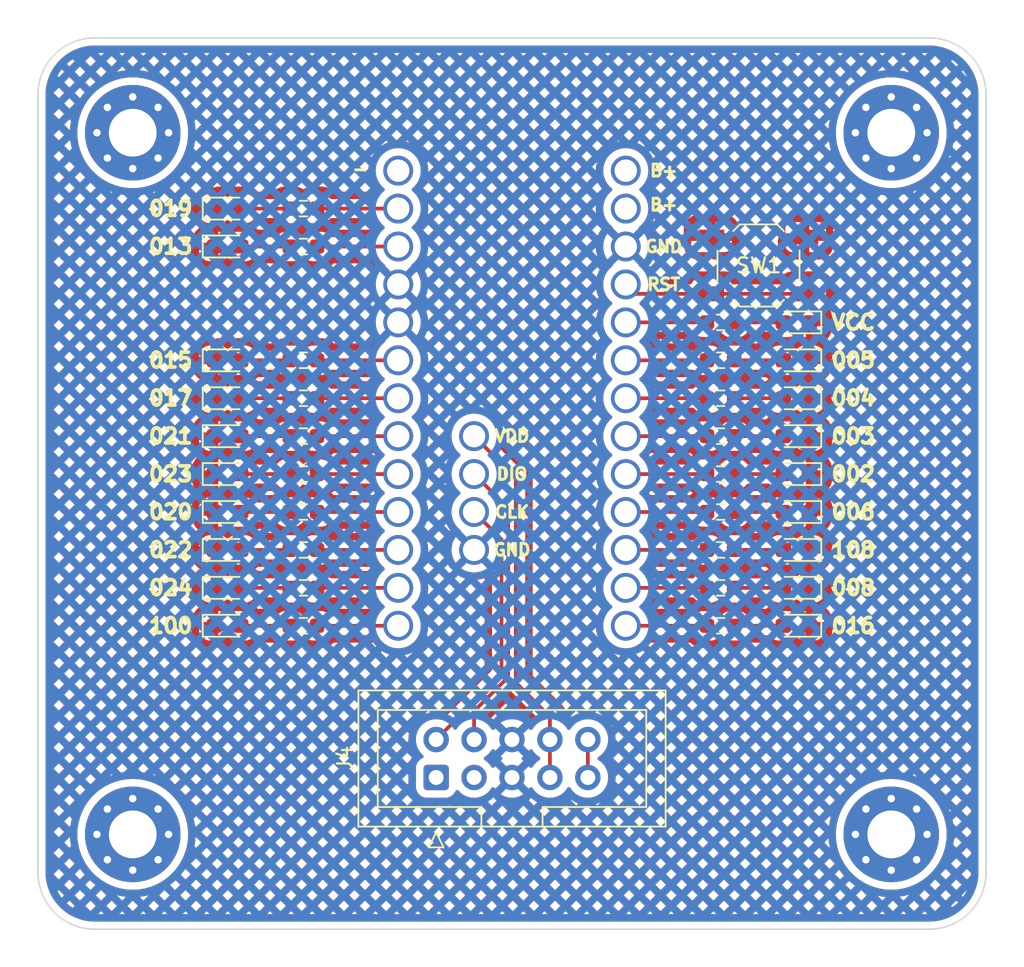
<source format=kicad_pcb>
(kicad_pcb (version 20211014) (generator pcbnew)
  (layers (0 "F.Cu" signal) (31 "B.Cu" signal) (34 "B.Paste" user) (35 "F.Paste" user) (36 "B.SilkS" user "B.Silkscreen") (37 "F.SilkS" user "F.Silkscreen") (38 "B.Mask" user) (39 "F.Mask" user) (44 "Edge.Cuts" user))
  (net 0 "")
  (net 5 "Net-(J1-Pad2)")
  (net 6 "Net-(J1-Pad3)")
  (net 7 "Net-(J1-Pad6)")
  (net 8 "Net-(J1-Pad7)")
  (net 9 "Net-(J1-Pad8)")
  (net 10 "Net-(J1-Pad9)")
  (net 11 "Net-(J1-Pad10)")
  (net 12 "Net-(J1-Pad11)")
  (net 13 "Net-(J1-Pad12)")
  (net 14 "Net-(J1-Pad13)")
  (net 15 "Net-(J2-Pad5)")
  (net 16 "Net-(J2-Pad6)")
  (net 17 "Net-(J2-Pad7)")
  (net 18 "Net-(J2-Pad8)")
  (net 19 "Net-(J2-Pad9)")
  (net 20 "Net-(J2-Pad10)")
  (net 21 "Net-(J2-Pad11)")
  (net 22 "Net-(J2-Pad12)")
  (net 23 "Net-(J2-Pad13)")
  (net 24 "GND")
  (net 25 "Net-(D3-Pad2)")
  (net 26 "Net-(D5-Pad2)")
  (net 27 "Net-(D10-Pad2)")
  (net 28 "Net-(D11-Pad2)")
  (net 29 "Net-(D12-Pad2)")
  (net 30 "Net-(D13-Pad2)")
  (net 31 "Net-(D14-Pad2)")
  (net 32 "Net-(D15-Pad2)")
  (net 33 "Net-(D16-Pad2)")
  (net 34 "Net-(D17-Pad2)")
  (net 35 "Net-(D18-Pad2)")
  (net 36 "Net-(D19-Pad2)")
  (net 37 "Net-(D20-Pad2)")
  (net 38 "Net-(D21-Pad2)")
  (net 39 "Net-(D22-Pad2)")
  (net 40 "Net-(D23-Pad2)")
  (net 41 "Net-(D24-Pad2)")
  (net 42 "Net-(D25-Pad2)")
  (net 43 "Net-(D26-Pad2)")
  (net 48 "SWCLK")
  (net 50 "SWDIO")
  (net 51 "+3V3")
  (net 52 "+5V")
  (net 53 "Net-(J2-Pad4)")
  (footprint "Library:LED_0603_1608Metric_Pad1.05x0.95mm_HandSolder" (layer "F.Cu") (at 63.5 36.83)
    (fp_text reference "D3")
    (fp_text value "019" (at -3.81 0) (layer "F.SilkS") (effects (font (thickness 0.25))))
    (fp_line (start -1.66 -0.735) (end -1.66 0.735) (layer "F.SilkS") (width 0.12))
    (fp_line (start -1.66 0.735) (end 0.8 0.735) (layer "F.SilkS") (width 0.12))
    (fp_line (start 0.8 -0.735) (end -1.66 -0.735) (layer "F.SilkS") (width 0.12))
    (pad "1" smd roundrect (at -0.875 0) (size 1.05 0.95) (layers "F.Cu" "F.Paste" "F.Mask") (net 24 "GND"))
    (pad "2" smd roundrect (at 0.875 0) (size 1.05 0.95) (layers "F.Cu" "F.Paste" "F.Mask") (net 25 "Net-(D3-Pad2)"))
  )
  (footprint "Button_Switch_SMD:SW_SPST_TL3342" (layer "F.Cu") (at 99.06 40.64)
    (fp_text reference "SW1" (at 0 0) (layer "F.SilkS"))
    (fp_text value "SW_Push")
    (fp_line (start -1.25 2.75) (end 1.25 2.75) (layer "F.SilkS") (width 0.12))
    (fp_line (start -1.7 2.3) (end -1.25 2.75) (layer "F.SilkS") (width 0.12))
    (fp_line (start 1.7 2.3) (end 1.25 2.75) (layer "F.SilkS") (width 0.12))
    (fp_line (start 2.75 -1) (end 2.75 1) (layer "F.SilkS") (width 0.12))
    (fp_line (start -1.7 -2.3) (end -1.25 -2.75) (layer "F.SilkS") (width 0.12))
    (fp_line (start -1.25 -2.75) (end 1.25 -2.75) (layer "F.SilkS") (width 0.12))
    (fp_line (start -2.75 -1) (end -2.75 1) (layer "F.SilkS") (width 0.12))
    (fp_line (start 1.7 -2.3) (end 1.25 -2.75) (layer "F.SilkS") (width 0.12))
    (pad "1" smd rect (at 3.15 -1.9) (size 1.7 1) (layers "F.Cu" "F.Paste" "F.Mask") (net 24 "GND"))
    (pad "1" smd rect (at -3.15 -1.9) (size 1.7 1) (layers "F.Cu" "F.Paste" "F.Mask") (net 24 "GND"))
    (pad "2" smd rect (at 3.15 1.9) (size 1.7 1) (layers "F.Cu" "F.Paste" "F.Mask") (net 53 "Net-(J2-Pad4)"))
    (pad "2" smd rect (at -3.15 1.9) (size 1.7 1) (layers "F.Cu" "F.Paste" "F.Mask") (net 53 "Net-(J2-Pad4)"))
  )
  (footprint "Library:R_0603_1608Metric_Pad0.98x0.95mm_HandSolder" (layer "F.Cu") (at 68.58 52.07 180)
    (fp_text reference "R15")
    (fp_text value "10k")
    (fp_line (start -0.254724 -0.5225) (end 0.254724 -0.5225) (layer "F.SilkS") (width 0.12))
    (fp_line (start -0.254724 0.5225) (end 0.254724 0.5225) (layer "F.SilkS") (width 0.12))
    (pad "1" smd roundrect (at -0.9125 0 180) (size 0.975 0.95) (layers "F.Cu" "F.Paste" "F.Mask") (net 9 "Net-(J1-Pad8)"))
    (pad "2" smd roundrect (at 0.9125 0 180) (size 0.975 0.95) (layers "F.Cu" "F.Paste" "F.Mask") (net 32 "Net-(D15-Pad2)"))
  )
  (footprint "Library:PinHeader_1x04_P2.54mm_Vertical" (layer "F.Cu") (at 80.01 52.07)
    (fp_text reference "J3")
    (fp_text value " ")
    (pad "1" thru_hole circle (at 0 0) (size 2 2) (drill 1.5) (layers *.Cu *.Mask) (net 51 "+3V3"))
    (pad "2" thru_hole circle (at 0 2.54) (size 2 2) (drill 1.5) (layers *.Cu *.Mask) (net 50 "SWDIO"))
    (pad "3" thru_hole circle (at 0 5.08) (size 2 2) (drill 1.5) (layers *.Cu *.Mask) (net 48 "SWCLK"))
    (pad "4" thru_hole circle (at 0 7.62) (size 2 2) (drill 1.5) (layers *.Cu *.Mask) (net 24 "GND"))
  )
  (footprint "Library:R_0603_1608Metric_Pad0.98x0.95mm_HandSolder" (layer "F.Cu") (at 96.52 54.61)
    (fp_text reference "R18")
    (fp_text value "10k")
    (fp_line (start -0.254724 0.5225) (end 0.254724 0.5225) (layer "F.SilkS") (width 0.12))
    (fp_line (start -0.254724 -0.5225) (end 0.254724 -0.5225) (layer "F.SilkS") (width 0.12))
    (pad "1" smd roundrect (at -0.9125 0) (size 0.975 0.95) (layers "F.Cu" "F.Paste" "F.Mask") (net 19 "Net-(J2-Pad9)"))
    (pad "2" smd roundrect (at 0.9125 0) (size 0.975 0.95) (layers "F.Cu" "F.Paste" "F.Mask") (net 35 "Net-(D18-Pad2)"))
  )
  (footprint "Library:R_0603_1608Metric_Pad0.98x0.95mm_HandSolder" (layer "F.Cu") (at 68.58 49.53 180)
    (fp_text reference "R13")
    (fp_text value "10k")
    (fp_line (start -0.254724 -0.5225) (end 0.254724 -0.5225) (layer "F.SilkS") (width 0.12))
    (fp_line (start -0.254724 0.5225) (end 0.254724 0.5225) (layer "F.SilkS") (width 0.12))
    (pad "1" smd roundrect (at -0.9125 0 180) (size 0.975 0.95) (layers "F.Cu" "F.Paste" "F.Mask") (net 8 "Net-(J1-Pad7)"))
    (pad "2" smd roundrect (at 0.9125 0 180) (size 0.975 0.95) (layers "F.Cu" "F.Paste" "F.Mask") (net 30 "Net-(D13-Pad2)"))
  )
  (footprint "Library:R_0603_1608Metric_Pad0.98x0.95mm_HandSolder" (layer "F.Cu") (at 96.52 49.53)
    (fp_text reference "R14")
    (fp_text value "10k")
    (fp_line (start -0.254724 -0.5225) (end 0.254724 -0.5225) (layer "F.SilkS") (width 0.12))
    (fp_line (start -0.254724 0.5225) (end 0.254724 0.5225) (layer "F.SilkS") (width 0.12))
    (pad "1" smd roundrect (at -0.9125 0) (size 0.975 0.95) (layers "F.Cu" "F.Paste" "F.Mask") (net 17 "Net-(J2-Pad7)"))
    (pad "2" smd roundrect (at 0.9125 0) (size 0.975 0.95) (layers "F.Cu" "F.Paste" "F.Mask") (net 31 "Net-(D14-Pad2)"))
  )
  (footprint "Library:R_0603_1608Metric_Pad0.98x0.95mm_HandSolder" (layer "F.Cu") (at 68.58 62.23 180)
    (fp_text reference "R23")
    (fp_text value "10k")
    (fp_line (start -0.254724 0.5225) (end 0.254724 0.5225) (layer "F.SilkS") (width 0.12))
    (fp_line (start -0.254724 -0.5225) (end 0.254724 -0.5225) (layer "F.SilkS") (width 0.12))
    (pad "1" smd roundrect (at -0.9125 0 180) (size 0.975 0.95) (layers "F.Cu" "F.Paste" "F.Mask") (net 13 "Net-(J1-Pad12)"))
    (pad "2" smd roundrect (at 0.9125 0 180) (size 0.975 0.95) (layers "F.Cu" "F.Paste" "F.Mask") (net 40 "Net-(D23-Pad2)"))
  )
  (footprint "Library:LED_0603_1608Metric_Pad1.05x0.95mm_HandSolder" (layer "F.Cu") (at 101.6 64.77 180)
    (fp_text reference "D26")
    (fp_text value "016" (at -3.81 0 180) (layer "F.SilkS") (effects (font (thickness 0.25))))
    (fp_line (start 0.8 -0.735) (end -1.66 -0.735) (layer "F.SilkS") (width 0.12))
    (fp_line (start -1.66 -0.735) (end -1.66 0.735) (layer "F.SilkS") (width 0.12))
    (fp_line (start -1.66 0.735) (end 0.8 0.735) (layer "F.SilkS") (width 0.12))
    (pad "1" smd roundrect (at -0.875 0 180) (size 1.05 0.95) (layers "F.Cu" "F.Paste" "F.Mask") (net 24 "GND"))
    (pad "2" smd roundrect (at 0.875 0 180) (size 1.05 0.95) (layers "F.Cu" "F.Paste" "F.Mask") (net 43 "Net-(D26-Pad2)"))
  )
  (footprint "Library:PinHeader_1x13_P2.54mm_Vertical" (layer "F.Cu") (at 74.93 34.29)
    (fp_text reference "J1")
    (fp_text value " ")
    (pad "1" thru_hole circle (at 0 0) (size 2 2) (drill 1.5) (layers *.Cu *.Mask))
    (pad "2" thru_hole circle (at 0 2.54) (size 2 2) (drill 1.5) (layers *.Cu *.Mask) (net 5 "Net-(J1-Pad2)"))
    (pad "3" thru_hole circle (at 0 5.08) (size 2 2) (drill 1.5) (layers *.Cu *.Mask) (net 6 "Net-(J1-Pad3)"))
    (pad "4" thru_hole circle (at 0 7.62) (size 2 2) (drill 1.5) (layers *.Cu *.Mask) (net 24 "GND"))
    (pad "5" thru_hole circle (at 0 10.16) (size 2 2) (drill 1.5) (layers *.Cu *.Mask) (net 24 "GND"))
    (pad "6" thru_hole circle (at 0 12.7) (size 2 2) (drill 1.5) (layers *.Cu *.Mask) (net 7 "Net-(J1-Pad6)"))
    (pad "7" thru_hole circle (at 0 15.24) (size 2 2) (drill 1.5) (layers *.Cu *.Mask) (net 8 "Net-(J1-Pad7)"))
    (pad "8" thru_hole circle (at 0 17.78) (size 2 2) (drill 1.5) (layers *.Cu *.Mask) (net 9 "Net-(J1-Pad8)"))
    (pad "9" thru_hole circle (at 0 20.32) (size 2 2) (drill 1.5) (layers *.Cu *.Mask) (net 10 "Net-(J1-Pad9)"))
    (pad "10" thru_hole circle (at 0 22.86) (size 2 2) (drill 1.5) (layers *.Cu *.Mask) (net 11 "Net-(J1-Pad10)"))
    (pad "11" thru_hole circle (at 0 25.4) (size 2 2) (drill 1.5) (layers *.Cu *.Mask) (net 12 "Net-(J1-Pad11)"))
    (pad "12" thru_hole circle (at 0 27.94) (size 2 2) (drill 1.5) (layers *.Cu *.Mask) (net 13 "Net-(J1-Pad12)"))
    (pad "13" thru_hole circle (at 0 30.48) (size 2 2) (drill 1.5) (layers *.Cu *.Mask) (net 14 "Net-(J1-Pad13)"))
  )
  (footprint "Library:LED_0603_1608Metric_Pad1.05x0.95mm_HandSolder" (layer "F.Cu") (at 101.6 52.07 180)
    (fp_text reference "D16")
    (fp_text value "003" (at -3.81 0 180) (layer "F.SilkS") (effects (font (thickness 0.25))))
    (fp_line (start -1.66 -0.735) (end -1.66 0.735) (layer "F.SilkS") (width 0.12))
    (fp_line (start 0.8 -0.735) (end -1.66 -0.735) (layer "F.SilkS") (width 0.12))
    (fp_line (start -1.66 0.735) (end 0.8 0.735) (layer "F.SilkS") (width 0.12))
    (pad "1" smd roundrect (at -0.875 0 180) (size 1.05 0.95) (layers "F.Cu" "F.Paste" "F.Mask") (net 24 "GND"))
    (pad "2" smd roundrect (at 0.875 0 180) (size 1.05 0.95) (layers "F.Cu" "F.Paste" "F.Mask") (net 33 "Net-(D16-Pad2)"))
  )
  (footprint "Library:LED_0603_1608Metric_Pad1.05x0.95mm_HandSolder" (layer "F.Cu") (at 63.5 39.37)
    (fp_text reference "D5")
    (fp_text value "013" (at -3.81 0) (layer "F.SilkS") (effects (font (thickness 0.25))))
    (fp_line (start -1.66 -0.735) (end -1.66 0.735) (layer "F.SilkS") (width 0.12))
    (fp_line (start -1.66 0.735) (end 0.8 0.735) (layer "F.SilkS") (width 0.12))
    (fp_line (start 0.8 -0.735) (end -1.66 -0.735) (layer "F.SilkS") (width 0.12))
    (pad "1" smd roundrect (at -0.875 0) (size 1.05 0.95) (layers "F.Cu" "F.Paste" "F.Mask") (net 24 "GND"))
    (pad "2" smd roundrect (at 0.875 0) (size 1.05 0.95) (layers "F.Cu" "F.Paste" "F.Mask") (net 26 "Net-(D5-Pad2)"))
  )
  (footprint "Library:R_0603_1608Metric_Pad0.98x0.95mm_HandSolder" (layer "F.Cu") (at 96.52 57.15)
    (fp_text reference "R20")
    (fp_text value "10k")
    (fp_line (start -0.254724 -0.5225) (end 0.254724 -0.5225) (layer "F.SilkS") (width 0.12))
    (fp_line (start -0.254724 0.5225) (end 0.254724 0.5225) (layer "F.SilkS") (width 0.12))
    (pad "1" smd roundrect (at -0.9125 0) (size 0.975 0.95) (layers "F.Cu" "F.Paste" "F.Mask") (net 20 "Net-(J2-Pad10)"))
    (pad "2" smd roundrect (at 0.9125 0) (size 0.975 0.95) (layers "F.Cu" "F.Paste" "F.Mask") (net 37 "Net-(D20-Pad2)"))
  )
  (footprint "Library:LED_0603_1608Metric_Pad1.05x0.95mm_HandSolder" (layer "F.Cu") (at 101.6 54.61 180)
    (fp_text reference "D18")
    (fp_text value "002" (at -3.81 0 180) (layer "F.SilkS") (effects (font (thickness 0.25))))
    (fp_line (start -1.66 0.735) (end 0.8 0.735) (layer "F.SilkS") (width 0.12))
    (fp_line (start 0.8 -0.735) (end -1.66 -0.735) (layer "F.SilkS") (width 0.12))
    (fp_line (start -1.66 -0.735) (end -1.66 0.735) (layer "F.SilkS") (width 0.12))
    (pad "1" smd roundrect (at -0.875 0 180) (size 1.05 0.95) (layers "F.Cu" "F.Paste" "F.Mask") (net 24 "GND"))
    (pad "2" smd roundrect (at 0.875 0 180) (size 1.05 0.95) (layers "F.Cu" "F.Paste" "F.Mask") (net 35 "Net-(D18-Pad2)"))
  )
  (footprint "Library:PinHeader_1x13_P2.54mm_Vertical" (layer "F.Cu") (at 90.17 34.29)
    (fp_text reference "J2")
    (fp_text value " ")
    (pad "1" thru_hole circle (at 0 0) (size 2 2) (drill 1.5) (layers *.Cu *.Mask))
    (pad "2" thru_hole circle (at 0 2.54) (size 2 2) (drill 1.5) (layers *.Cu *.Mask))
    (pad "3" thru_hole circle (at 0 5.08) (size 2 2) (drill 1.5) (layers *.Cu *.Mask) (net 24 "GND"))
    (pad "4" thru_hole circle (at 0 7.62) (size 2 2) (drill 1.5) (layers *.Cu *.Mask) (net 53 "Net-(J2-Pad4)"))
    (pad "5" thru_hole circle (at 0 10.16) (size 2 2) (drill 1.5) (layers *.Cu *.Mask) (net 15 "Net-(J2-Pad5)"))
    (pad "6" thru_hole circle (at 0 12.7) (size 2 2) (drill 1.5) (layers *.Cu *.Mask) (net 16 "Net-(J2-Pad6)"))
    (pad "7" thru_hole circle (at 0 15.24) (size 2 2) (drill 1.5) (layers *.Cu *.Mask) (net 17 "Net-(J2-Pad7)"))
    (pad "8" thru_hole circle (at 0 17.78) (size 2 2) (drill 1.5) (layers *.Cu *.Mask) (net 18 "Net-(J2-Pad8)"))
    (pad "9" thru_hole circle (at 0 20.32) (size 2 2) (drill 1.5) (layers *.Cu *.Mask) (net 19 "Net-(J2-Pad9)"))
    (pad "10" thru_hole circle (at 0 22.86) (size 2 2) (drill 1.5) (layers *.Cu *.Mask) (net 20 "Net-(J2-Pad10)"))
    (pad "11" thru_hole circle (at 0 25.4) (size 2 2) (drill 1.5) (layers *.Cu *.Mask) (net 21 "Net-(J2-Pad11)"))
    (pad "12" thru_hole circle (at 0 27.94) (size 2 2) (drill 1.5) (layers *.Cu *.Mask) (net 22 "Net-(J2-Pad12)"))
    (pad "13" thru_hole circle (at 0 30.48) (size 2 2) (drill 1.5) (layers *.Cu *.Mask) (net 23 "Net-(J2-Pad13)"))
  )
  (footprint "Library:LED_0603_1608Metric_Pad1.05x0.95mm_HandSolder" (layer "F.Cu") (at 101.6 59.69 180)
    (fp_text reference "D22")
    (fp_text value "108" (at -3.81 0 180) (layer "F.SilkS") (effects (font (thickness 0.25))))
    (fp_line (start -1.66 -0.735) (end -1.66 0.735) (layer "F.SilkS") (width 0.12))
    (fp_line (start 0.8 -0.735) (end -1.66 -0.735) (layer "F.SilkS") (width 0.12))
    (fp_line (start -1.66 0.735) (end 0.8 0.735) (layer "F.SilkS") (width 0.12))
    (pad "1" smd roundrect (at -0.875 0 180) (size 1.05 0.95) (layers "F.Cu" "F.Paste" "F.Mask") (net 24 "GND"))
    (pad "2" smd roundrect (at 0.875 0 180) (size 1.05 0.95) (layers "F.Cu" "F.Paste" "F.Mask") (net 39 "Net-(D22-Pad2)"))
  )
  (footprint "Library:R_0603_1608Metric_Pad0.98x0.95mm_HandSolder" (layer "F.Cu") (at 68.58 39.37 180)
    (fp_text reference "R5")
    (fp_text value "10k")
    (fp_line (start -0.254724 0.5225) (end 0.254724 0.5225) (layer "F.SilkS") (width 0.12))
    (fp_line (start -0.254724 -0.5225) (end 0.254724 -0.5225) (layer "F.SilkS") (width 0.12))
    (pad "1" smd roundrect (at -0.9125 0 180) (size 0.975 0.95) (layers "F.Cu" "F.Paste" "F.Mask") (net 6 "Net-(J1-Pad3)"))
    (pad "2" smd roundrect (at 0.9125 0 180) (size 0.975 0.95) (layers "F.Cu" "F.Paste" "F.Mask") (net 26 "Net-(D5-Pad2)"))
  )
  (footprint "Library:LED_0603_1608Metric_Pad1.05x0.95mm_HandSolder" (layer "F.Cu") (at 63.5 59.69)
    (fp_text reference "D21")
    (fp_text value "022" (at -3.81 0) (layer "F.SilkS") (effects (font (thickness 0.25))))
    (fp_line (start -1.66 -0.735) (end -1.66 0.735) (layer "F.SilkS") (width 0.12))
    (fp_line (start -1.66 0.735) (end 0.8 0.735) (layer "F.SilkS") (width 0.12))
    (fp_line (start 0.8 -0.735) (end -1.66 -0.735) (layer "F.SilkS") (width 0.12))
    (pad "1" smd roundrect (at -0.875 0) (size 1.05 0.95) (layers "F.Cu" "F.Paste" "F.Mask") (net 24 "GND"))
    (pad "2" smd roundrect (at 0.875 0) (size 1.05 0.95) (layers "F.Cu" "F.Paste" "F.Mask") (net 38 "Net-(D21-Pad2)"))
  )
  (footprint "Library:LED_0603_1608Metric_Pad1.05x0.95mm_HandSolder" (layer "F.Cu") (at 63.5 57.15)
    (fp_text reference "D19")
    (fp_text value "020" (at -3.81 0) (layer "F.SilkS") (effects (font (thickness 0.25))))
    (fp_line (start -1.66 0.735) (end 0.8 0.735) (layer "F.SilkS") (width 0.12))
    (fp_line (start -1.66 -0.735) (end -1.66 0.735) (layer "F.SilkS") (width 0.12))
    (fp_line (start 0.8 -0.735) (end -1.66 -0.735) (layer "F.SilkS") (width 0.12))
    (pad "1" smd roundrect (at -0.875 0) (size 1.05 0.95) (layers "F.Cu" "F.Paste" "F.Mask") (net 24 "GND"))
    (pad "2" smd roundrect (at 0.875 0) (size 1.05 0.95) (layers "F.Cu" "F.Paste" "F.Mask") (net 36 "Net-(D19-Pad2)"))
  )
  (footprint "Library:R_0603_1608Metric_Pad0.98x0.95mm_HandSolder" (layer "F.Cu") (at 96.52 44.45)
    (fp_text reference "R10")
    (fp_text value "10k")
    (fp_line (start -0.254724 0.5225) (end 0.254724 0.5225) (layer "F.SilkS") (width 0.12))
    (fp_line (start -0.254724 -0.5225) (end 0.254724 -0.5225) (layer "F.SilkS") (width 0.12))
    (pad "1" smd roundrect (at -0.9125 0) (size 0.975 0.95) (layers "F.Cu" "F.Paste" "F.Mask") (net 15 "Net-(J2-Pad5)"))
    (pad "2" smd roundrect (at 0.9125 0) (size 0.975 0.95) (layers "F.Cu" "F.Paste" "F.Mask") (net 27 "Net-(D10-Pad2)"))
  )
  (footprint "Library:R_0603_1608Metric_Pad0.98x0.95mm_HandSolder" (layer "F.Cu") (at 68.58 46.99 180)
    (fp_text reference "R11")
    (fp_text value "10k")
    (fp_line (start -0.254724 0.5225) (end 0.254724 0.5225) (layer "F.SilkS") (width 0.12))
    (fp_line (start -0.254724 -0.5225) (end 0.254724 -0.5225) (layer "F.SilkS") (width 0.12))
    (pad "1" smd roundrect (at -0.9125 0 180) (size 0.975 0.95) (layers "F.Cu" "F.Paste" "F.Mask") (net 7 "Net-(J1-Pad6)"))
    (pad "2" smd roundrect (at 0.9125 0 180) (size 0.975 0.95) (layers "F.Cu" "F.Paste" "F.Mask") (net 28 "Net-(D11-Pad2)"))
  )
  (footprint "Library:LED_0603_1608Metric_Pad1.05x0.95mm_HandSolder" (layer "F.Cu") (at 63.5 46.99)
    (fp_text reference "D11")
    (fp_text value "015" (at -3.81 0) (layer "F.SilkS") (effects (font (thickness 0.25))))
    (fp_line (start -1.66 -0.735) (end -1.66 0.735) (layer "F.SilkS") (width 0.12))
    (fp_line (start -1.66 0.735) (end 0.8 0.735) (layer "F.SilkS") (width 0.12))
    (fp_line (start 0.8 -0.735) (end -1.66 -0.735) (layer "F.SilkS") (width 0.12))
    (pad "1" smd roundrect (at -0.875 0) (size 1.05 0.95) (layers "F.Cu" "F.Paste" "F.Mask") (net 24 "GND"))
    (pad "2" smd roundrect (at 0.875 0) (size 1.05 0.95) (layers "F.Cu" "F.Paste" "F.Mask") (net 28 "Net-(D11-Pad2)"))
  )
  (footprint "Library:LED_0603_1608Metric_Pad1.05x0.95mm_HandSolder" (layer "F.Cu") (at 101.6 49.53 180)
    (fp_text reference "D14")
    (fp_text value "004" (at -3.81 0 180) (layer "F.SilkS") (effects (font (thickness 0.25))))
    (fp_line (start -1.66 0.735) (end 0.8 0.735) (layer "F.SilkS") (width 0.12))
    (fp_line (start 0.8 -0.735) (end -1.66 -0.735) (layer "F.SilkS") (width 0.12))
    (fp_line (start -1.66 -0.735) (end -1.66 0.735) (layer "F.SilkS") (width 0.12))
    (pad "1" smd roundrect (at -0.875 0 180) (size 1.05 0.95) (layers "F.Cu" "F.Paste" "F.Mask") (net 24 "GND"))
    (pad "2" smd roundrect (at 0.875 0 180) (size 1.05 0.95) (layers "F.Cu" "F.Paste" "F.Mask") (net 31 "Net-(D14-Pad2)"))
  )
  (footprint "Connector_IDC:IDC-Header_2x05_P2.54mm_Vertical" (layer "F.Cu") (at 77.47 74.93 90)
    (fp_text reference "J4" (at 1.27 -6.1 90) (layer "F.SilkS"))
    (fp_text value " ")
    (fp_line (start -1.98 -3.91) (end 4.52 -3.91) (layer "F.SilkS") (width 0.12))
    (fp_line (start -3.29 15.37) (end -3.29 -5.21) (layer "F.SilkS") (width 0.12))
    (fp_line (start -1.98 14.07) (end -1.98 7.13) (layer "F.SilkS") (width 0.12))
    (fp_line (start 5.83 -5.21) (end 5.83 15.37) (layer "F.SilkS") (width 0.12))
    (fp_line (start 5.83 15.37) (end -3.29 15.37) (layer "F.SilkS") (width 0.12))
    (fp_line (start -4.68 0.5) (end -3.68 0) (layer "F.SilkS") (width 0.12))
    (fp_line (start -1.98 3.03) (end -1.98 -3.91) (layer "F.SilkS") (width 0.12))
    (fp_line (start -3.29 3.03) (end -1.98 3.03) (layer "F.SilkS") (width 0.12))
    (fp_line (start 4.52 -3.91) (end 4.52 14.07) (layer "F.SilkS") (width 0.12))
    (fp_line (start -1.98 7.13) (end -1.98 7.13) (layer "F.SilkS") (width 0.12))
    (fp_line (start -3.68 0) (end -4.68 -0.5) (layer "F.SilkS") (width 0.12))
    (fp_line (start -4.68 -0.5) (end -4.68 0.5) (layer "F.SilkS") (width 0.12))
    (fp_line (start 4.52 14.07) (end -1.98 14.07) (layer "F.SilkS") (width 0.12))
    (fp_line (start -3.29 -5.21) (end 5.83 -5.21) (layer "F.SilkS") (width 0.12))
    (fp_line (start -1.98 7.13) (end -3.29 7.13) (layer "F.SilkS") (width 0.12))
    (pad "1" thru_hole roundrect (at 0 0 90) (size 1.7 1.7) (drill 1) (layers *.Cu *.Mask) (roundrect_rratio 0.147059))
    (pad "2" thru_hole circle (at 2.54 0 90) (size 1.7 1.7) (drill 1) (layers *.Cu *.Mask) (net 48 "SWCLK"))
    (pad "3" thru_hole circle (at 0 2.54 90) (size 1.7 1.7) (drill 1) (layers *.Cu *.Mask))
    (pad "4" thru_hole circle (at 2.54 2.54 90) (size 1.7 1.7) (drill 1) (layers *.Cu *.Mask) (net 50 "SWDIO"))
    (pad "5" thru_hole circle (at 0 5.08 90) (size 1.7 1.7) (drill 1) (layers *.Cu *.Mask) (net 24 "GND"))
    (pad "6" thru_hole circle (at 2.54 5.08 90) (size 1.7 1.7) (drill 1) (layers *.Cu *.Mask) (net 24 "GND"))
    (pad "7" thru_hole circle (at 0 7.62 90) (size 1.7 1.7) (drill 1) (layers *.Cu *.Mask) (net 51 "+3V3"))
    (pad "8" thru_hole circle (at 2.54 7.62 90) (size 1.7 1.7) (drill 1) (layers *.Cu *.Mask) (net 51 "+3V3"))
    (pad "9" thru_hole circle (at 0 10.16 90) (size 1.7 1.7) (drill 1) (layers *.Cu *.Mask) (net 52 "+5V"))
    (pad "10" thru_hole circle (at 2.54 10.16 90) (size 1.7 1.7) (drill 1) (layers *.Cu *.Mask) (net 52 "+5V"))
  )
  (footprint "Library:R_0603_1608Metric_Pad0.98x0.95mm_HandSolder" (layer "F.Cu") (at 96.52 62.23)
    (fp_text reference "R24")
    (fp_text value "10k")
    (fp_line (start -0.254724 -0.5225) (end 0.254724 -0.5225) (layer "F.SilkS") (width 0.12))
    (fp_line (start -0.254724 0.5225) (end 0.254724 0.5225) (layer "F.SilkS") (width 0.12))
    (pad "1" smd roundrect (at -0.9125 0) (size 0.975 0.95) (layers "F.Cu" "F.Paste" "F.Mask") (net 22 "Net-(J2-Pad12)"))
    (pad "2" smd roundrect (at 0.9125 0) (size 0.975 0.95) (layers "F.Cu" "F.Paste" "F.Mask") (net 41 "Net-(D24-Pad2)"))
  )
  (footprint "Library:LED_0603_1608Metric_Pad1.05x0.95mm_HandSolder" (layer "F.Cu") (at 101.6 44.45 180)
    (fp_text reference "D10")
    (fp_text value "VCC" (at -3.81 0 180) (layer "F.SilkS") (effects (font (thickness 0.25))))
    (fp_line (start -1.66 -0.735) (end -1.66 0.735) (layer "F.SilkS") (width 0.12))
    (fp_line (start -1.66 0.735) (end 0.8 0.735) (layer "F.SilkS") (width 0.12))
    (fp_line (start 0.8 -0.735) (end -1.66 -0.735) (layer "F.SilkS") (width 0.12))
    (pad "1" smd roundrect (at -0.875 0 180) (size 1.05 0.95) (layers "F.Cu" "F.Paste" "F.Mask") (net 24 "GND"))
    (pad "2" smd roundrect (at 0.875 0 180) (size 1.05 0.95) (layers "F.Cu" "F.Paste" "F.Mask") (net 27 "Net-(D10-Pad2)"))
  )
  (footprint "Library:LED_0603_1608Metric_Pad1.05x0.95mm_HandSolder" (layer "F.Cu") (at 63.5 62.23)
    (fp_text reference "D23")
    (fp_text value "024" (at -3.81 0) (layer "F.SilkS") (effects (font (thickness 0.25))))
    (fp_line (start -1.66 -0.735) (end -1.66 0.735) (layer "F.SilkS") (width 0.12))
    (fp_line (start 0.8 -0.735) (end -1.66 -0.735) (layer "F.SilkS") (width 0.12))
    (fp_line (start -1.66 0.735) (end 0.8 0.735) (layer "F.SilkS") (width 0.12))
    (pad "1" smd roundrect (at -0.875 0) (size 1.05 0.95) (layers "F.Cu" "F.Paste" "F.Mask") (net 24 "GND"))
    (pad "2" smd roundrect (at 0.875 0) (size 1.05 0.95) (layers "F.Cu" "F.Paste" "F.Mask") (net 40 "Net-(D23-Pad2)"))
  )
  (footprint "Library:LED_0603_1608Metric_Pad1.05x0.95mm_HandSolder" (layer "F.Cu") (at 101.6 57.15 180)
    (fp_text reference "D20")
    (fp_text value "006" (at -3.81 0 180) (layer "F.SilkS") (effects (font (thickness 0.25))))
    (fp_line (start 0.8 -0.735) (end -1.66 -0.735) (layer "F.SilkS") (width 0.12))
    (fp_line (start -1.66 -0.735) (end -1.66 0.735) (layer "F.SilkS") (width 0.12))
    (fp_line (start -1.66 0.735) (end 0.8 0.735) (layer "F.SilkS") (width 0.12))
    (pad "1" smd roundrect (at -0.875 0 180) (size 1.05 0.95) (layers "F.Cu" "F.Paste" "F.Mask") (net 24 "GND"))
    (pad "2" smd roundrect (at 0.875 0 180) (size 1.05 0.95) (layers "F.Cu" "F.Paste" "F.Mask") (net 37 "Net-(D20-Pad2)"))
  )
  (footprint "Library:R_0603_1608Metric_Pad0.98x0.95mm_HandSolder" (layer "F.Cu") (at 96.52 64.77)
    (fp_text reference "R26")
    (fp_text value "10k")
    (fp_line (start -0.254724 0.5225) (end 0.254724 0.5225) (layer "F.SilkS") (width 0.12))
    (fp_line (start -0.254724 -0.5225) (end 0.254724 -0.5225) (layer "F.SilkS") (width 0.12))
    (pad "1" smd roundrect (at -0.9125 0) (size 0.975 0.95) (layers "F.Cu" "F.Paste" "F.Mask") (net 23 "Net-(J2-Pad13)"))
    (pad "2" smd roundrect (at 0.9125 0) (size 0.975 0.95) (layers "F.Cu" "F.Paste" "F.Mask") (net 43 "Net-(D26-Pad2)"))
  )
  (footprint "Library:LED_0603_1608Metric_Pad1.05x0.95mm_HandSolder" (layer "F.Cu") (at 63.5 49.53)
    (fp_text reference "D13")
    (fp_text value "017" (at -3.81 0) (layer "F.SilkS") (effects (font (thickness 0.25))))
    (fp_line (start -1.66 0.735) (end 0.8 0.735) (layer "F.SilkS") (width 0.12))
    (fp_line (start -1.66 -0.735) (end -1.66 0.735) (layer "F.SilkS") (width 0.12))
    (fp_line (start 0.8 -0.735) (end -1.66 -0.735) (layer "F.SilkS") (width 0.12))
    (pad "1" smd roundrect (at -0.875 0) (size 1.05 0.95) (layers "F.Cu" "F.Paste" "F.Mask") (net 24 "GND"))
    (pad "2" smd roundrect (at 0.875 0) (size 1.05 0.95) (layers "F.Cu" "F.Paste" "F.Mask") (net 30 "Net-(D13-Pad2)"))
  )
  (footprint "Library:R_0603_1608Metric_Pad0.98x0.95mm_HandSolder" (layer "F.Cu") (at 68.58 54.61 180)
    (fp_text reference "R17")
    (fp_text value "10k")
    (fp_line (start -0.254724 -0.5225) (end 0.254724 -0.5225) (layer "F.SilkS") (width 0.12))
    (fp_line (start -0.254724 0.5225) (end 0.254724 0.5225) (layer "F.SilkS") (width 0.12))
    (pad "1" smd roundrect (at -0.9125 0 180) (size 0.975 0.95) (layers "F.Cu" "F.Paste" "F.Mask") (net 10 "Net-(J1-Pad9)"))
    (pad "2" smd roundrect (at 0.9125 0 180) (size 0.975 0.95) (layers "F.Cu" "F.Paste" "F.Mask") (net 34 "Net-(D17-Pad2)"))
  )
  (footprint "Library:R_0603_1608Metric_Pad0.98x0.95mm_HandSolder" (layer "F.Cu") (at 96.52 46.99)
    (fp_text reference "R12")
    (fp_text value "10k")
    (fp_line (start -0.254724 -0.5225) (end 0.254724 -0.5225) (layer "F.SilkS") (width 0.12))
    (fp_line (start -0.254724 0.5225) (end 0.254724 0.5225) (layer "F.SilkS") (width 0.12))
    (pad "1" smd roundrect (at -0.9125 0) (size 0.975 0.95) (layers "F.Cu" "F.Paste" "F.Mask") (net 16 "Net-(J2-Pad6)"))
    (pad "2" smd roundrect (at 0.9125 0) (size 0.975 0.95) (layers "F.Cu" "F.Paste" "F.Mask") (net 29 "Net-(D12-Pad2)"))
  )
  (footprint "Library:LED_0603_1608Metric_Pad1.05x0.95mm_HandSolder" (layer "F.Cu") (at 101.6 62.23 180)
    (fp_text reference "D24")
    (fp_text value "008" (at -3.81 0 180) (layer "F.SilkS") (effects (font (thickness 0.25))))
    (fp_line (start 0.8 -0.735) (end -1.66 -0.735) (layer "F.SilkS") (width 0.12))
    (fp_line (start -1.66 0.735) (end 0.8 0.735) (layer "F.SilkS") (width 0.12))
    (fp_line (start -1.66 -0.735) (end -1.66 0.735) (layer "F.SilkS") (width 0.12))
    (pad "1" smd roundrect (at -0.875 0 180) (size 1.05 0.95) (layers "F.Cu" "F.Paste" "F.Mask") (net 24 "GND"))
    (pad "2" smd roundrect (at 0.875 0 180) (size 1.05 0.95) (layers "F.Cu" "F.Paste" "F.Mask") (net 41 "Net-(D24-Pad2)"))
  )
  (footprint "Library:R_0603_1608Metric_Pad0.98x0.95mm_HandSolder" (layer "F.Cu") (at 96.52 59.69)
    (fp_text reference "R22")
    (fp_text value "10k")
    (fp_line (start -0.254724 0.5225) (end 0.254724 0.5225) (layer "F.SilkS") (width 0.12))
    (fp_line (start -0.254724 -0.5225) (end 0.254724 -0.5225) (layer "F.SilkS") (width 0.12))
    (pad "1" smd roundrect (at -0.9125 0) (size 0.975 0.95) (layers "F.Cu" "F.Paste" "F.Mask") (net 21 "Net-(J2-Pad11)"))
    (pad "2" smd roundrect (at 0.9125 0) (size 0.975 0.95) (layers "F.Cu" "F.Paste" "F.Mask") (net 39 "Net-(D22-Pad2)"))
  )
  (footprint "Library:R_0603_1608Metric_Pad0.98x0.95mm_HandSolder" (layer "F.Cu") (at 96.52 52.07)
    (fp_text reference "R16")
    (fp_text value "10k")
    (fp_line (start -0.254724 0.5225) (end 0.254724 0.5225) (layer "F.SilkS") (width 0.12))
    (fp_line (start -0.254724 -0.5225) (end 0.254724 -0.5225) (layer "F.SilkS") (width 0.12))
    (pad "1" smd roundrect (at -0.9125 0) (size 0.975 0.95) (layers "F.Cu" "F.Paste" "F.Mask") (net 18 "Net-(J2-Pad8)"))
    (pad "2" smd roundrect (at 0.9125 0) (size 0.975 0.95) (layers "F.Cu" "F.Paste" "F.Mask") (net 33 "Net-(D16-Pad2)"))
  )
  (footprint "MountingHole:MountingHole_3.2mm_M3_Pad_Via" (layer "F.Cu") (at 107.95 78.74)
    (fp_text reference "H4" (at 0 0) (layer "F.SilkS"))
    (fp_text value " ")
    (pad "1" thru_hole circle (at -1.697056 -1.697056) (size 0.8 0.8) (drill 0.5) (layers *.Cu *.Mask))
    (pad "1" thru_hole circle (at 1.697056 1.697056) (size 0.8 0.8) (drill 0.5) (layers *.Cu *.Mask))
    (pad "1" thru_hole circle (at 1.697056 -1.697056) (size 0.8 0.8) (drill 0.5) (layers *.Cu *.Mask))
    (pad "1" thru_hole circle (at 2.4 0) (size 0.8 0.8) (drill 0.5) (layers *.Cu *.Mask))
    (pad "1" thru_hole circle (at 0 0) (size 6.4 6.4) (drill 3.2) (layers *.Cu *.Mask))
    (pad "1" thru_hole circle (at 0 -2.4) (size 0.8 0.8) (drill 0.5) (layers *.Cu *.Mask))
    (pad "1" thru_hole circle (at -1.697056 1.697056) (size 0.8 0.8) (drill 0.5) (layers *.Cu *.Mask))
    (pad "1" thru_hole circle (at 0 2.4) (size 0.8 0.8) (drill 0.5) (layers *.Cu *.Mask))
    (pad "1" thru_hole circle (at -2.4 0) (size 0.8 0.8) (drill 0.5) (layers *.Cu *.Mask))
  )
  (footprint "Library:R_0603_1608Metric_Pad0.98x0.95mm_HandSolder" (layer "F.Cu") (at 68.58 64.77 180)
    (fp_text reference "R25")
    (fp_text value "10k")
    (fp_line (start -0.254724 0.5225) (end 0.254724 0.5225) (layer "F.SilkS") (width 0.12))
    (fp_line (start -0.254724 -0.5225) (end 0.254724 -0.5225) (layer "F.SilkS") (width 0.12))
    (pad "1" smd roundrect (at -0.9125 0 180) (size 0.975 0.95) (layers "F.Cu" "F.Paste" "F.Mask") (net 14 "Net-(J1-Pad13)"))
    (pad "2" smd roundrect (at 0.9125 0 180) (size 0.975 0.95) (layers "F.Cu" "F.Paste" "F.Mask") (net 42 "Net-(D25-Pad2)"))
  )
  (footprint "Library:LED_0603_1608Metric_Pad1.05x0.95mm_HandSolder" (layer "F.Cu") (at 63.5 54.61)
    (fp_text reference "D17")
    (fp_text value "023" (at -3.81 0) (layer "F.SilkS") (effects (font (thickness 0.25))))
    (fp_line (start -1.66 -0.735) (end -1.66 0.735) (layer "F.SilkS") (width 0.12))
    (fp_line (start 0.8 -0.735) (end -1.66 -0.735) (layer "F.SilkS") (width 0.12))
    (fp_line (start -1.66 0.735) (end 0.8 0.735) (layer "F.SilkS") (width 0.12))
    (pad "1" smd roundrect (at -0.875 0) (size 1.05 0.95) (layers "F.Cu" "F.Paste" "F.Mask") (net 24 "GND"))
    (pad "2" smd roundrect (at 0.875 0) (size 1.05 0.95) (layers "F.Cu" "F.Paste" "F.Mask") (net 34 "Net-(D17-Pad2)"))
  )
  (footprint "MountingHole:MountingHole_3.2mm_M3_Pad_Via" (layer "F.Cu") (at 57.15 31.75)
    (fp_text reference "H2" (at 0 0.33) (layer "F.SilkS"))
    (fp_text value " ")
    (pad "1" thru_hole circle (at 2.4 0) (size 0.8 0.8) (drill 0.5) (layers *.Cu *.Mask))
    (pad "1" thru_hole circle (at 0 2.4) (size 0.8 0.8) (drill 0.5) (layers *.Cu *.Mask))
    (pad "1" thru_hole circle (at -2.4 0) (size 0.8 0.8) (drill 0.5) (layers *.Cu *.Mask))
    (pad "1" thru_hole circle (at 0 0) (size 6.4 6.4) (drill 3.2) (layers *.Cu *.Mask))
    (pad "1" thru_hole circle (at 0 -2.4) (size 0.8 0.8) (drill 0.5) (layers *.Cu *.Mask))
    (pad "1" thru_hole circle (at 1.697056 -1.697056) (size 0.8 0.8) (drill 0.5) (layers *.Cu *.Mask))
    (pad "1" thru_hole circle (at 1.697056 1.697056) (size 0.8 0.8) (drill 0.5) (layers *.Cu *.Mask))
    (pad "1" thru_hole circle (at -1.697056 1.697056) (size 0.8 0.8) (drill 0.5) (layers *.Cu *.Mask))
    (pad "1" thru_hole circle (at -1.697056 -1.697056) (size 0.8 0.8) (drill 0.5) (layers *.Cu *.Mask))
  )
  (footprint "Library:R_0603_1608Metric_Pad0.98x0.95mm_HandSolder" (layer "F.Cu") (at 68.58 59.69 180)
    (fp_text reference "R21")
    (fp_text value "10k")
    (fp_line (start -0.254724 -0.5225) (end 0.254724 -0.5225) (layer "F.SilkS") (width 0.12))
    (fp_line (start -0.254724 0.5225) (end 0.254724 0.5225) (layer "F.SilkS") (width 0.12))
    (pad "1" smd roundrect (at -0.9125 0 180) (size 0.975 0.95) (layers "F.Cu" "F.Paste" "F.Mask") (net 12 "Net-(J1-Pad11)"))
    (pad "2" smd roundrect (at 0.9125 0 180) (size 0.975 0.95) (layers "F.Cu" "F.Paste" "F.Mask") (net 38 "Net-(D21-Pad2)"))
  )
  (footprint "Library:R_0603_1608Metric_Pad0.98x0.95mm_HandSolder" (layer "F.Cu") (at 68.58 57.15 180)
    (fp_text reference "R19")
    (fp_text value "10k")
    (fp_line (start -0.254724 0.5225) (end 0.254724 0.5225) (layer "F.SilkS") (width 0.12))
    (fp_line (start -0.254724 -0.5225) (end 0.254724 -0.5225) (layer "F.SilkS") (width 0.12))
    (pad "1" smd roundrect (at -0.9125 0 180) (size 0.975 0.95) (layers "F.Cu" "F.Paste" "F.Mask") (net 11 "Net-(J1-Pad10)"))
    (pad "2" smd roundrect (at 0.9125 0 180) (size 0.975 0.95) (layers "F.Cu" "F.Paste" "F.Mask") (net 36 "Net-(D19-Pad2)"))
  )
  (footprint "Library:LED_0603_1608Metric_Pad1.05x0.95mm_HandSolder" (layer "F.Cu") (at 63.5 64.77)
    (fp_text reference "D25")
    (fp_text value "100" (at -3.81 0) (layer "F.SilkS") (effects (font (thickness 0.25))))
    (fp_line (start -1.66 -0.735) (end -1.66 0.735) (layer "F.SilkS") (width 0.12))
    (fp_line (start 0.8 -0.735) (end -1.66 -0.735) (layer "F.SilkS") (width 0.12))
    (fp_line (start -1.66 0.735) (end 0.8 0.735) (layer "F.SilkS") (width 0.12))
    (pad "1" smd roundrect (at -0.875 0) (size 1.05 0.95) (layers "F.Cu" "F.Paste" "F.Mask") (net 24 "GND"))
    (pad "2" smd roundrect (at 0.875 0) (size 1.05 0.95) (layers "F.Cu" "F.Paste" "F.Mask") (net 42 "Net-(D25-Pad2)"))
  )
  (footprint "Library:R_0603_1608Metric_Pad0.98x0.95mm_HandSolder" (layer "F.Cu") (at 68.58 36.83 180)
    (fp_text reference "R3")
    (fp_text value "10k")
    (fp_line (start -0.254724 0.5225) (end 0.254724 0.5225) (layer "F.SilkS") (width 0.12))
    (fp_line (start -0.254724 -0.5225) (end 0.254724 -0.5225) (layer "F.SilkS") (width 0.12))
    (pad "1" smd roundrect (at -0.9125 0 180) (size 0.975 0.95) (layers "F.Cu" "F.Paste" "F.Mask") (net 5 "Net-(J1-Pad2)"))
    (pad "2" smd roundrect (at 0.9125 0 180) (size 0.975 0.95) (layers "F.Cu" "F.Paste" "F.Mask") (net 25 "Net-(D3-Pad2)"))
  )
  (footprint "Library:LED_0603_1608Metric_Pad1.05x0.95mm_HandSolder" (layer "F.Cu") (at 63.5 52.07)
    (fp_text reference "D15")
    (fp_text value "021" (at -3.81 0) (layer "F.SilkS") (effects (font (thickness 0.25))))
    (fp_line (start -1.66 0.735) (end 0.8 0.735) (layer "F.SilkS") (width 0.12))
    (fp_line (start 0.8 -0.735) (end -1.66 -0.735) (layer "F.SilkS") (width 0.12))
    (fp_line (start -1.66 -0.735) (end -1.66 0.735) (layer "F.SilkS") (width 0.12))
    (pad "1" smd roundrect (at -0.875 0) (size 1.05 0.95) (layers "F.Cu" "F.Paste" "F.Mask") (net 24 "GND"))
    (pad "2" smd roundrect (at 0.875 0) (size 1.05 0.95) (layers "F.Cu" "F.Paste" "F.Mask") (net 32 "Net-(D15-Pad2)"))
  )
  (footprint "MountingHole:MountingHole_3.2mm_M3_Pad_Via" (layer "F.Cu") (at 57.15 78.74)
    (fp_text reference "H3" (at 0 0) (layer "F.SilkS"))
    (fp_text value " ")
    (pad "1" thru_hole circle (at 0 -2.4) (size 0.8 0.8) (drill 0.5) (layers *.Cu *.Mask))
    (pad "1" thru_hole circle (at 0 0) (size 6.4 6.4) (drill 3.2) (layers *.Cu *.Mask))
    (pad "1" thru_hole circle (at -1.697056 1.697056) (size 0.8 0.8) (drill 0.5) (layers *.Cu *.Mask))
    (pad "1" thru_hole circle (at 1.697056 -1.697056) (size 0.8 0.8) (drill 0.5) (layers *.Cu *.Mask))
    (pad "1" thru_hole circle (at 0 2.4) (size 0.8 0.8) (drill 0.5) (layers *.Cu *.Mask))
    (pad "1" thru_hole circle (at -1.697056 -1.697056) (size 0.8 0.8) (drill 0.5) (layers *.Cu *.Mask))
    (pad "1" thru_hole circle (at -2.4 0) (size 0.8 0.8) (drill 0.5) (layers *.Cu *.Mask))
    (pad "1" thru_hole circle (at 1.697056 1.697056) (size 0.8 0.8) (drill 0.5) (layers *.Cu *.Mask))
    (pad "1" thru_hole circle (at 2.4 0) (size 0.8 0.8) (drill 0.5) (layers *.Cu *.Mask))
  )
  (footprint "MountingHole:MountingHole_3.2mm_M3_Pad_Via" (layer "F.Cu") (at 107.95 31.75)
    (fp_text reference "H1" (at 0 0) (layer "F.SilkS"))
    (fp_text value " ")
    (pad "1" thru_hole circle (at 0 0) (size 6.4 6.4) (drill 3.2) (layers *.Cu *.Mask))
    (pad "1" thru_hole circle (at -2.4 0) (size 0.8 0.8) (drill 0.5) (layers *.Cu *.Mask))
    (pad "1" thru_hole circle (at -1.697056 1.697056) (size 0.8 0.8) (drill 0.5) (layers *.Cu *.Mask))
    (pad "1" thru_hole circle (at 2.4 0) (size 0.8 0.8) (drill 0.5) (layers *.Cu *.Mask))
    (pad "1" thru_hole circle (at 1.697056 -1.697056) (size 0.8 0.8) (drill 0.5) (layers *.Cu *.Mask))
    (pad "1" thru_hole circle (at -1.697056 -1.697056) (size 0.8 0.8) (drill 0.5) (layers *.Cu *.Mask))
    (pad "1" thru_hole circle (at 0 -2.4) (size 0.8 0.8) (drill 0.5) (layers *.Cu *.Mask))
    (pad "1" thru_hole circle (at 1.697056 1.697056) (size 0.8 0.8) (drill 0.5) (layers *.Cu *.Mask))
    (pad "1" thru_hole circle (at 0 2.4) (size 0.8 0.8) (drill 0.5) (layers *.Cu *.Mask))
  )
  (footprint "Library:LED_0603_1608Metric_Pad1.05x0.95mm_HandSolder" (layer "F.Cu") (at 101.6 46.99 180)
    (fp_text reference "D12")
    (fp_text value "005" (at -3.81 0 180) (layer "F.SilkS") (effects (font (thickness 0.25))))
    (fp_line (start 0.8 -0.735) (end -1.66 -0.735) (layer "F.SilkS") (width 0.12))
    (fp_line (start -1.66 -0.735) (end -1.66 0.735) (layer "F.SilkS") (width 0.12))
    (fp_line (start -1.66 0.735) (end 0.8 0.735) (layer "F.SilkS") (width 0.12))
    (pad "1" smd roundrect (at -0.875 0 180) (size 1.05 0.95) (layers "F.Cu" "F.Paste" "F.Mask") (net 24 "GND"))
    (pad "2" smd roundrect (at 0.875 0 180) (size 1.05 0.95) (layers "F.Cu" "F.Paste" "F.Mask") (net 29 "Net-(D12-Pad2)"))
  )
  (gr_line (start 54.61 25.4) (end 110.49 25.4) (layer "Edge.Cuts") (width 0.1))
  (gr_line (start 114.3 29.21) (end 114.3 81.28) (layer "Edge.Cuts") (width 0.1))
  (gr_line (start 50.8 81.28) (end 50.8 29.21) (layer "Edge.Cuts") (width 0.1))
  (gr_line (start 110.49 85.09) (end 54.61 85.09) (layer "Edge.Cuts") (width 0.1))
  (gr_arc (start 54.61 85.09) (mid 51.915923 83.974077) (end 50.8 81.28) (layer "Edge.Cuts") (width 0.1))
  (gr_arc (start 110.49 25.4) (mid 113.184077 26.515923) (end 114.3 29.21) (layer "Edge.Cuts") (width 0.1))
  (gr_arc (start 114.3 81.28) (mid 113.184077 83.974077) (end 110.49 85.09) (layer "Edge.Cuts") (width 0.1))
  (gr_arc (start 50.8 29.21) (mid 51.915923 26.515923) (end 54.61 25.4) (layer "Edge.Cuts") (width 0.1))
  (gr_text "VDD" (at 82.55 52.07) (layer "F.SilkS") (effects (font (size 0.8 0.8) (thickness 0.2))))
  (gr_text "-" (at 72.39 34.29 180) (layer "F.SilkS") (effects (font (size 0.8 0.8) (thickness 0.2))))
  (gr_text "DIO" (at 82.55 54.61) (layer "F.SilkS") (effects (font (size 0.8 0.8) (thickness 0.2))))
  (gr_text "B+" (at 92.71 34.29) (layer "F.SilkS") (effects (font (size 0.8 0.8) (thickness 0.2))))
  (gr_text "GND" (at 82.55 59.69) (layer "F.SilkS") (effects (font (size 0.8 0.8) (thickness 0.2))))
  (gr_text "B+" (at 92.71 36.576) (layer "F.SilkS") (effects (font (size 0.8 0.8) (thickness 0.2))))
  (gr_text "RST" (at 92.71 41.91) (layer "F.SilkS") (effects (font (size 0.8 0.8) (thickness 0.2))))
  (gr_text "CLK" (at 82.55 57.15) (layer "F.SilkS") (effects (font (size 0.8 0.8) (thickness 0.2))))
  (gr_text "GND" (at 92.71 39.37) (layer "F.SilkS") (effects (font (size 0.8 0.8) (thickness 0.2))))
  (segment (start 74.93 36.83) (end 69.4925 36.83) (width 0.25) (layer "F.Cu") (net 5))
  (segment (start 74.93 39.37) (end 69.4925 39.37) (width 0.25) (layer "F.Cu") (net 6))
  (segment (start 69.4925 46.99) (end 74.93 46.99) (width 0.25) (layer "F.Cu") (net 7))
  (segment (start 74.93 49.53) (end 69.4925 49.53) (width 0.25) (layer "F.Cu") (net 8))
  (segment (start 74.93 52.07) (end 69.4925 52.07) (width 0.25) (layer "F.Cu") (net 9))
  (segment (start 74.93 54.61) (end 69.4925 54.61) (width 0.25) (layer "F.Cu") (net 10))
  (segment (start 74.93 57.15) (end 69.4925 57.15) (width 0.25) (layer "F.Cu") (net 11))
  (segment (start 69.4925 59.69) (end 74.93 59.69) (width 0.25) (layer "F.Cu") (net 12))
  (segment (start 74.93 62.23) (end 69.4925 62.23) (width 0.25) (layer "F.Cu") (net 13))
  (segment (start 74.93 64.77) (end 69.4925 64.77) (width 0.25) (layer "F.Cu") (net 14))
  (segment (start 95.6075 44.45) (end 90.17 44.45) (width 0.25) (layer "F.Cu") (net 15))
  (segment (start 95.6075 46.99) (end 90.17 46.99) (width 0.25) (layer "F.Cu") (net 16))
  (segment (start 95.6075 49.53) (end 90.17 49.53) (width 0.25) (layer "F.Cu") (net 17))
  (segment (start 95.6075 52.07) (end 90.17 52.07) (width 0.25) (layer "F.Cu") (net 18))
  (segment (start 95.6075 54.61) (end 90.17 54.61) (width 0.25) (layer "F.Cu") (net 19))
  (segment (start 95.6075 57.15) (end 90.17 57.15) (width 0.25) (layer "F.Cu") (net 20))
  (segment (start 95.6075 59.69) (end 90.17 59.69) (width 0.25) (layer "F.Cu") (net 21))
  (segment (start 95.6075 62.23) (end 90.17 62.23) (width 0.25) (layer "F.Cu") (net 22))
  (segment (start 95.6075 64.77) (end 90.17 64.77) (width 0.25) (layer "F.Cu") (net 23))
  (segment (start 67.6675 36.83) (end 64.375 36.83) (width 0.25) (layer "F.Cu") (net 25))
  (segment (start 67.6675 39.37) (end 64.375 39.37) (width 0.25) (layer "F.Cu") (net 26))
  (segment (start 100.725 44.45) (end 97.4325 44.45) (width 0.25) (layer "F.Cu") (net 27))
  (segment (start 64.375 46.99) (end 67.6675 46.99) (width 0.25) (layer "F.Cu") (net 28))
  (segment (start 97.4325 46.99) (end 100.725 46.99) (width 0.25) (layer "F.Cu") (net 29))
  (segment (start 67.6675 49.53) (end 64.375 49.53) (width 0.25) (layer "F.Cu") (net 30))
  (segment (start 100.725 49.53) (end 97.4325 49.53) (width 0.25) (layer "F.Cu") (net 31))
  (segment (start 64.375 52.07) (end 67.6675 52.07) (width 0.25) (layer "F.Cu") (net 32))
  (segment (start 97.4325 52.07) (end 100.725 52.07) (width 0.25) (layer "F.Cu") (net 33))
  (segment (start 67.6675 54.61) (end 64.375 54.61) (width 0.25) (layer "F.Cu") (net 34))
  (segment (start 100.725 54.61) (end 97.4325 54.61) (width 0.25) (layer "F.Cu") (net 35))
  (segment (start 64.375 57.15) (end 67.6675 57.15) (width 0.25) (layer "F.Cu") (net 36))
  (segment (start 97.4325 57.15) (end 100.725 57.15) (width 0.25) (layer "F.Cu") (net 37))
  (segment (start 67.6675 59.69) (end 64.375 59.69) (width 0.25) (layer "F.Cu") (net 38))
  (segment (start 100.725 59.69) (end 97.4325 59.69) (width 0.25) (layer "F.Cu") (net 39))
  (segment (start 67.6675 62.23) (end 64.375 62.23) (width 0.25) (layer "F.Cu") (net 40))
  (segment (start 100.725 62.23) (end 97.4325 62.23) (width 0.25) (layer "F.Cu") (net 41))
  (segment (start 67.6675 64.77) (end 64.375 64.77) (width 0.25) (layer "F.Cu") (net 42))
  (segment (start 100.725 64.77) (end 97.4325 64.77) (width 0.25) (layer "F.Cu") (net 43))
  (segment (start 81.84648 68.01352) (end 77.47 72.39) (width 0.25) (layer "F.Cu") (net 48))
  (segment (start 81.84648 58.98648) (end 81.84648 68.01352) (width 0.25) (layer "F.Cu") (net 48))
  (segment (start 80.01 57.15) (end 81.84648 58.98648) (width 0.25) (layer "F.Cu") (net 48))
  (segment (start 82.296 68.199718) (end 82.296 56.896) (width 0.25) (layer "F.Cu") (net 50))
  (segment (start 82.296 56.896) (end 80.01 54.61) (width 0.25) (layer "F.Cu") (net 50))
  (segment (start 80.01 70.485718) (end 82.296 68.199718) (width 0.25) (layer "F.Cu") (net 50))
  (segment (start 80.01 72.39) (end 80.01 70.485718) (width 0.25) (layer "F.Cu") (net 50))
  (segment (start 85.09 74.93) (end 85.09 72.39) (width 0.25) (layer "F.Cu") (net 51))
  (segment (start 82.804 54.864) (end 80.01 52.07) (width 0.25) (layer "F.Cu") (net 51))
  (segment (start 85.09 70.866) (end 82.804 68.58) (width 0.25) (layer "F.Cu") (net 51))
  (segment (start 85.09 72.39) (end 85.09 70.866) (width 0.25) (layer "F.Cu") (net 51))
  (segment (start 82.804 68.58) (end 82.804 54.864) (width 0.25) (layer "F.Cu") (net 51))
  (segment (start 87.63 74.93) (end 87.63 72.39) (width 0.25) (layer "F.Cu") (net 52))
  (segment (start 90.17 41.91) (end 90.8 42.54) (width 0.25) (layer "F.Cu") (net 53))
  (segment (start 90.8 42.54) (end 95.91 42.54) (width 0.25) (layer "F.Cu") (net 53))
  (segment (start 102.21 42.54) (end 95.91 42.54) (width 0.25) (layer "F.Cu") (net 53))
  (zone (net 24) (net_name "GND") (layers F&B.Cu) (connect_pads (clearance 0.508)) (min_thickness 0.254) (fill yes (mode hatch) (thermal_gap 0.508) (thermal_bridge_width 0.508) (hatch_thickness 0.5) (hatch_gap 0.5) (hatch_orientation 45) (hatch_border_algorithm hatch_thickness) (hatch_min_hole_area 0.3))
    (polygon (pts (xy 116.84 87.63) (xy 48.26 87.63) (xy 48.26 22.86) (xy 116.84 22.86)))
  )
)
</source>
